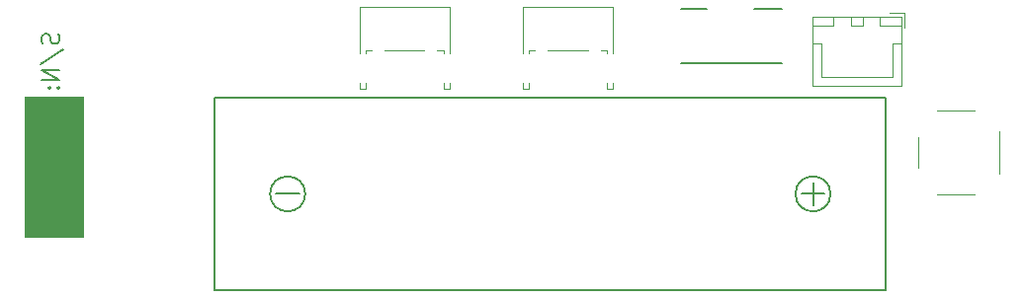
<source format=gbo>
G04 #@! TF.GenerationSoftware,KiCad,Pcbnew,5.1.9-73d0e3b20d~88~ubuntu20.04.1*
G04 #@! TF.CreationDate,2021-01-31T23:38:53-08:00*
G04 #@! TF.ProjectId,current-sense,63757272-656e-4742-9d73-656e73652e6b,rev?*
G04 #@! TF.SameCoordinates,Original*
G04 #@! TF.FileFunction,Legend,Bot*
G04 #@! TF.FilePolarity,Positive*
%FSLAX46Y46*%
G04 Gerber Fmt 4.6, Leading zero omitted, Abs format (unit mm)*
G04 Created by KiCad (PCBNEW 5.1.9-73d0e3b20d~88~ubuntu20.04.1) date 2021-01-31 23:38:53*
%MOMM*%
%LPD*%
G01*
G04 APERTURE LIST*
%ADD10C,0.100000*%
%ADD11C,0.150000*%
%ADD12C,0.120000*%
G04 APERTURE END LIST*
D10*
G36*
X21000000Y30250000D02*
G01*
X16000000Y30250000D01*
X16000000Y42250000D01*
X21000000Y42250000D01*
X21000000Y30250000D01*
G37*
X21000000Y30250000D02*
X16000000Y30250000D01*
X16000000Y42250000D01*
X21000000Y42250000D01*
X21000000Y30250000D01*
D11*
X18857142Y47678571D02*
X18928571Y47464285D01*
X18928571Y47107142D01*
X18857142Y46964285D01*
X18785714Y46892857D01*
X18642857Y46821428D01*
X18500000Y46821428D01*
X18357142Y46892857D01*
X18285714Y46964285D01*
X18214285Y47107142D01*
X18142857Y47392857D01*
X18071428Y47535714D01*
X18000000Y47607142D01*
X17857142Y47678571D01*
X17714285Y47678571D01*
X17571428Y47607142D01*
X17500000Y47535714D01*
X17428571Y47392857D01*
X17428571Y47035714D01*
X17500000Y46821428D01*
X17357142Y45107142D02*
X19285714Y46392857D01*
X18928571Y44607142D02*
X17428571Y44607142D01*
X18928571Y43750000D01*
X17428571Y43750000D01*
X18785714Y43035714D02*
X18857142Y42964285D01*
X18928571Y43035714D01*
X18857142Y43107142D01*
X18785714Y43035714D01*
X18928571Y43035714D01*
X18000000Y43035714D02*
X18071428Y42964285D01*
X18142857Y43035714D01*
X18071428Y43107142D01*
X18000000Y43035714D01*
X18142857Y43035714D01*
X78500000Y49800000D02*
X80800000Y49800000D01*
X72200000Y49800000D02*
X74400000Y49800000D01*
X72200000Y45200000D02*
X80800000Y45200000D01*
D12*
X65840000Y46280000D02*
X65840000Y46050000D01*
X66360000Y49950000D02*
X58640000Y49950000D01*
X58640000Y49950000D02*
X58640000Y46050000D01*
X66360000Y42940000D02*
X65840000Y42940000D01*
X66360000Y49950000D02*
X66360000Y46050000D01*
X59160000Y46280000D02*
X59160000Y46050000D01*
X65840000Y43450000D02*
X65840000Y42940000D01*
X66360000Y43450000D02*
X66360000Y42940000D01*
X59700000Y46280000D02*
X59160000Y46280000D01*
X59160000Y43450000D02*
X59160000Y42940000D01*
X59160000Y42940000D02*
X58640000Y42940000D01*
X58640000Y43450000D02*
X58640000Y42940000D01*
X65840000Y46280000D02*
X65300000Y46280000D01*
X64200000Y46280000D02*
X60800000Y46280000D01*
X51840000Y46280000D02*
X51840000Y46050000D01*
X52360000Y49950000D02*
X44640000Y49950000D01*
X44640000Y49950000D02*
X44640000Y46050000D01*
X52360000Y42940000D02*
X51840000Y42940000D01*
X52360000Y49950000D02*
X52360000Y46050000D01*
X45160000Y46280000D02*
X45160000Y46050000D01*
X51840000Y43450000D02*
X51840000Y42940000D01*
X52360000Y43450000D02*
X52360000Y42940000D01*
X45700000Y46280000D02*
X45160000Y46280000D01*
X45160000Y43450000D02*
X45160000Y42940000D01*
X45160000Y42940000D02*
X44640000Y42940000D01*
X44640000Y43450000D02*
X44640000Y42940000D01*
X51840000Y46280000D02*
X51300000Y46280000D01*
X50200000Y46280000D02*
X46800000Y46280000D01*
X91060000Y49160000D02*
X91060000Y43190000D01*
X91060000Y43190000D02*
X83440000Y43190000D01*
X83440000Y43190000D02*
X83440000Y49160000D01*
X83440000Y49160000D02*
X91060000Y49160000D01*
X87750000Y49150000D02*
X87750000Y48400000D01*
X87750000Y48400000D02*
X86750000Y48400000D01*
X86750000Y48400000D02*
X86750000Y49150000D01*
X86750000Y49150000D02*
X87750000Y49150000D01*
X91050000Y49150000D02*
X91050000Y48400000D01*
X91050000Y48400000D02*
X89250000Y48400000D01*
X89250000Y48400000D02*
X89250000Y49150000D01*
X89250000Y49150000D02*
X91050000Y49150000D01*
X85250000Y49150000D02*
X85250000Y48400000D01*
X85250000Y48400000D02*
X83450000Y48400000D01*
X83450000Y48400000D02*
X83450000Y49150000D01*
X83450000Y49150000D02*
X85250000Y49150000D01*
X91050000Y46900000D02*
X90300000Y46900000D01*
X90300000Y46900000D02*
X90300000Y43950000D01*
X90300000Y43950000D02*
X87250000Y43950000D01*
X83450000Y46900000D02*
X84200000Y46900000D01*
X84200000Y46900000D02*
X84200000Y43950000D01*
X84200000Y43950000D02*
X87250000Y43950000D01*
X90100000Y49450000D02*
X91350000Y49450000D01*
X91350000Y49450000D02*
X91350000Y48200000D01*
D11*
X40000000Y33950000D02*
G75*
G03*
X40000000Y33950000I-1500000J0D01*
G01*
X85000000Y33950000D02*
G75*
G03*
X85000000Y33950000I-1500000J0D01*
G01*
X83500000Y32950000D02*
X83500000Y34950000D01*
X84500000Y33950000D02*
X82500000Y33950000D01*
X37500000Y33950000D02*
X39500000Y33950000D01*
X89750000Y25700000D02*
X32250000Y25700000D01*
X89750000Y42200000D02*
X89750000Y25700000D01*
X32250000Y42200000D02*
X89750000Y42200000D01*
X32250000Y25700000D02*
X32250000Y42200000D01*
D12*
X99430000Y35700000D02*
X99430000Y39300000D01*
X92550000Y36200000D02*
X92550000Y38800000D01*
X97350000Y41100000D02*
X94150000Y41100000D01*
X97350000Y33900000D02*
X94150000Y33900000D01*
M02*

</source>
